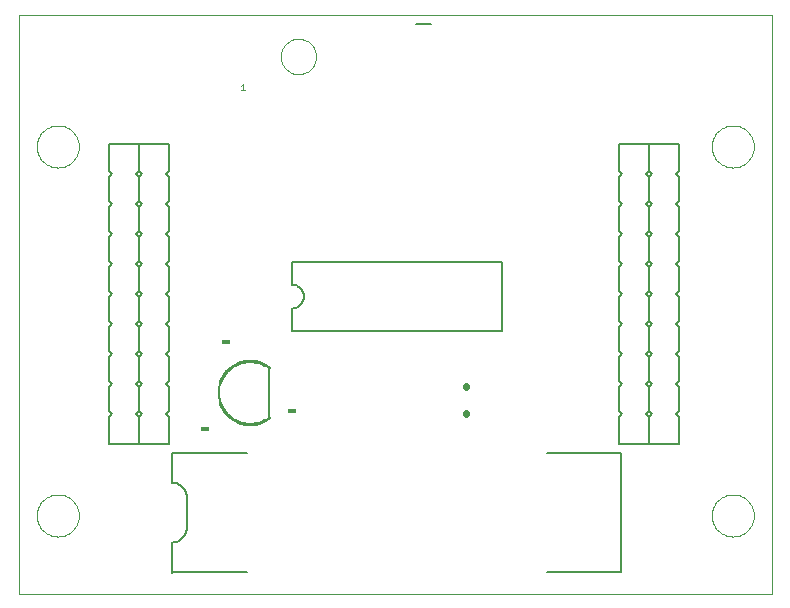
<source format=gto>
G75*
%MOIN*%
%OFA0B0*%
%FSLAX24Y24*%
%IPPOS*%
%LPD*%
%AMOC8*
5,1,8,0,0,1.08239X$1,22.5*
%
%ADD10C,0.0000*%
%ADD11C,0.0050*%
%ADD12C,0.0060*%
%ADD13C,0.0008*%
%ADD14C,0.0080*%
%ADD15R,0.0300X0.0180*%
%ADD16C,0.0220*%
%ADD17C,0.0010*%
%ADD18C,0.0020*%
D10*
X059060Y017893D02*
X059060Y037193D01*
X084160Y037193D01*
X084160Y017893D01*
X059060Y017893D01*
X059660Y020493D02*
X059662Y020545D01*
X059668Y020597D01*
X059678Y020649D01*
X059691Y020699D01*
X059708Y020749D01*
X059729Y020797D01*
X059754Y020843D01*
X059782Y020887D01*
X059813Y020929D01*
X059847Y020969D01*
X059884Y021006D01*
X059924Y021040D01*
X059966Y021071D01*
X060010Y021099D01*
X060056Y021124D01*
X060104Y021145D01*
X060154Y021162D01*
X060204Y021175D01*
X060256Y021185D01*
X060308Y021191D01*
X060360Y021193D01*
X060412Y021191D01*
X060464Y021185D01*
X060516Y021175D01*
X060566Y021162D01*
X060616Y021145D01*
X060664Y021124D01*
X060710Y021099D01*
X060754Y021071D01*
X060796Y021040D01*
X060836Y021006D01*
X060873Y020969D01*
X060907Y020929D01*
X060938Y020887D01*
X060966Y020843D01*
X060991Y020797D01*
X061012Y020749D01*
X061029Y020699D01*
X061042Y020649D01*
X061052Y020597D01*
X061058Y020545D01*
X061060Y020493D01*
X061058Y020441D01*
X061052Y020389D01*
X061042Y020337D01*
X061029Y020287D01*
X061012Y020237D01*
X060991Y020189D01*
X060966Y020143D01*
X060938Y020099D01*
X060907Y020057D01*
X060873Y020017D01*
X060836Y019980D01*
X060796Y019946D01*
X060754Y019915D01*
X060710Y019887D01*
X060664Y019862D01*
X060616Y019841D01*
X060566Y019824D01*
X060516Y019811D01*
X060464Y019801D01*
X060412Y019795D01*
X060360Y019793D01*
X060308Y019795D01*
X060256Y019801D01*
X060204Y019811D01*
X060154Y019824D01*
X060104Y019841D01*
X060056Y019862D01*
X060010Y019887D01*
X059966Y019915D01*
X059924Y019946D01*
X059884Y019980D01*
X059847Y020017D01*
X059813Y020057D01*
X059782Y020099D01*
X059754Y020143D01*
X059729Y020189D01*
X059708Y020237D01*
X059691Y020287D01*
X059678Y020337D01*
X059668Y020389D01*
X059662Y020441D01*
X059660Y020493D01*
X082160Y020493D02*
X082162Y020545D01*
X082168Y020597D01*
X082178Y020649D01*
X082191Y020699D01*
X082208Y020749D01*
X082229Y020797D01*
X082254Y020843D01*
X082282Y020887D01*
X082313Y020929D01*
X082347Y020969D01*
X082384Y021006D01*
X082424Y021040D01*
X082466Y021071D01*
X082510Y021099D01*
X082556Y021124D01*
X082604Y021145D01*
X082654Y021162D01*
X082704Y021175D01*
X082756Y021185D01*
X082808Y021191D01*
X082860Y021193D01*
X082912Y021191D01*
X082964Y021185D01*
X083016Y021175D01*
X083066Y021162D01*
X083116Y021145D01*
X083164Y021124D01*
X083210Y021099D01*
X083254Y021071D01*
X083296Y021040D01*
X083336Y021006D01*
X083373Y020969D01*
X083407Y020929D01*
X083438Y020887D01*
X083466Y020843D01*
X083491Y020797D01*
X083512Y020749D01*
X083529Y020699D01*
X083542Y020649D01*
X083552Y020597D01*
X083558Y020545D01*
X083560Y020493D01*
X083558Y020441D01*
X083552Y020389D01*
X083542Y020337D01*
X083529Y020287D01*
X083512Y020237D01*
X083491Y020189D01*
X083466Y020143D01*
X083438Y020099D01*
X083407Y020057D01*
X083373Y020017D01*
X083336Y019980D01*
X083296Y019946D01*
X083254Y019915D01*
X083210Y019887D01*
X083164Y019862D01*
X083116Y019841D01*
X083066Y019824D01*
X083016Y019811D01*
X082964Y019801D01*
X082912Y019795D01*
X082860Y019793D01*
X082808Y019795D01*
X082756Y019801D01*
X082704Y019811D01*
X082654Y019824D01*
X082604Y019841D01*
X082556Y019862D01*
X082510Y019887D01*
X082466Y019915D01*
X082424Y019946D01*
X082384Y019980D01*
X082347Y020017D01*
X082313Y020057D01*
X082282Y020099D01*
X082254Y020143D01*
X082229Y020189D01*
X082208Y020237D01*
X082191Y020287D01*
X082178Y020337D01*
X082168Y020389D01*
X082162Y020441D01*
X082160Y020493D01*
X082160Y032793D02*
X082162Y032845D01*
X082168Y032897D01*
X082178Y032949D01*
X082191Y032999D01*
X082208Y033049D01*
X082229Y033097D01*
X082254Y033143D01*
X082282Y033187D01*
X082313Y033229D01*
X082347Y033269D01*
X082384Y033306D01*
X082424Y033340D01*
X082466Y033371D01*
X082510Y033399D01*
X082556Y033424D01*
X082604Y033445D01*
X082654Y033462D01*
X082704Y033475D01*
X082756Y033485D01*
X082808Y033491D01*
X082860Y033493D01*
X082912Y033491D01*
X082964Y033485D01*
X083016Y033475D01*
X083066Y033462D01*
X083116Y033445D01*
X083164Y033424D01*
X083210Y033399D01*
X083254Y033371D01*
X083296Y033340D01*
X083336Y033306D01*
X083373Y033269D01*
X083407Y033229D01*
X083438Y033187D01*
X083466Y033143D01*
X083491Y033097D01*
X083512Y033049D01*
X083529Y032999D01*
X083542Y032949D01*
X083552Y032897D01*
X083558Y032845D01*
X083560Y032793D01*
X083558Y032741D01*
X083552Y032689D01*
X083542Y032637D01*
X083529Y032587D01*
X083512Y032537D01*
X083491Y032489D01*
X083466Y032443D01*
X083438Y032399D01*
X083407Y032357D01*
X083373Y032317D01*
X083336Y032280D01*
X083296Y032246D01*
X083254Y032215D01*
X083210Y032187D01*
X083164Y032162D01*
X083116Y032141D01*
X083066Y032124D01*
X083016Y032111D01*
X082964Y032101D01*
X082912Y032095D01*
X082860Y032093D01*
X082808Y032095D01*
X082756Y032101D01*
X082704Y032111D01*
X082654Y032124D01*
X082604Y032141D01*
X082556Y032162D01*
X082510Y032187D01*
X082466Y032215D01*
X082424Y032246D01*
X082384Y032280D01*
X082347Y032317D01*
X082313Y032357D01*
X082282Y032399D01*
X082254Y032443D01*
X082229Y032489D01*
X082208Y032537D01*
X082191Y032587D01*
X082178Y032637D01*
X082168Y032689D01*
X082162Y032741D01*
X082160Y032793D01*
X067790Y035793D02*
X067792Y035841D01*
X067798Y035889D01*
X067808Y035936D01*
X067821Y035982D01*
X067838Y036027D01*
X067859Y036070D01*
X067884Y036112D01*
X067911Y036151D01*
X067942Y036188D01*
X067976Y036223D01*
X068012Y036254D01*
X068051Y036283D01*
X068092Y036308D01*
X068135Y036330D01*
X068179Y036348D01*
X068225Y036362D01*
X068272Y036373D01*
X068320Y036380D01*
X068368Y036383D01*
X068416Y036382D01*
X068464Y036377D01*
X068511Y036368D01*
X068558Y036356D01*
X068603Y036339D01*
X068647Y036319D01*
X068689Y036296D01*
X068729Y036269D01*
X068766Y036239D01*
X068801Y036206D01*
X068834Y036170D01*
X068863Y036132D01*
X068889Y036091D01*
X068912Y036049D01*
X068931Y036005D01*
X068946Y035959D01*
X068958Y035913D01*
X068966Y035865D01*
X068970Y035817D01*
X068970Y035769D01*
X068966Y035721D01*
X068958Y035673D01*
X068946Y035627D01*
X068931Y035581D01*
X068912Y035537D01*
X068889Y035495D01*
X068863Y035454D01*
X068834Y035416D01*
X068801Y035380D01*
X068766Y035347D01*
X068729Y035317D01*
X068689Y035290D01*
X068647Y035267D01*
X068603Y035247D01*
X068558Y035230D01*
X068511Y035218D01*
X068464Y035209D01*
X068416Y035204D01*
X068368Y035203D01*
X068320Y035206D01*
X068272Y035213D01*
X068225Y035224D01*
X068179Y035238D01*
X068135Y035256D01*
X068092Y035278D01*
X068051Y035303D01*
X068012Y035332D01*
X067976Y035363D01*
X067942Y035398D01*
X067911Y035435D01*
X067884Y035474D01*
X067859Y035516D01*
X067838Y035559D01*
X067821Y035604D01*
X067808Y035650D01*
X067798Y035697D01*
X067792Y035745D01*
X067790Y035793D01*
X059660Y032793D02*
X059662Y032845D01*
X059668Y032897D01*
X059678Y032949D01*
X059691Y032999D01*
X059708Y033049D01*
X059729Y033097D01*
X059754Y033143D01*
X059782Y033187D01*
X059813Y033229D01*
X059847Y033269D01*
X059884Y033306D01*
X059924Y033340D01*
X059966Y033371D01*
X060010Y033399D01*
X060056Y033424D01*
X060104Y033445D01*
X060154Y033462D01*
X060204Y033475D01*
X060256Y033485D01*
X060308Y033491D01*
X060360Y033493D01*
X060412Y033491D01*
X060464Y033485D01*
X060516Y033475D01*
X060566Y033462D01*
X060616Y033445D01*
X060664Y033424D01*
X060710Y033399D01*
X060754Y033371D01*
X060796Y033340D01*
X060836Y033306D01*
X060873Y033269D01*
X060907Y033229D01*
X060938Y033187D01*
X060966Y033143D01*
X060991Y033097D01*
X061012Y033049D01*
X061029Y032999D01*
X061042Y032949D01*
X061052Y032897D01*
X061058Y032845D01*
X061060Y032793D01*
X061058Y032741D01*
X061052Y032689D01*
X061042Y032637D01*
X061029Y032587D01*
X061012Y032537D01*
X060991Y032489D01*
X060966Y032443D01*
X060938Y032399D01*
X060907Y032357D01*
X060873Y032317D01*
X060836Y032280D01*
X060796Y032246D01*
X060754Y032215D01*
X060710Y032187D01*
X060664Y032162D01*
X060616Y032141D01*
X060566Y032124D01*
X060516Y032111D01*
X060464Y032101D01*
X060412Y032095D01*
X060360Y032093D01*
X060308Y032095D01*
X060256Y032101D01*
X060204Y032111D01*
X060154Y032124D01*
X060104Y032141D01*
X060056Y032162D01*
X060010Y032187D01*
X059966Y032215D01*
X059924Y032246D01*
X059884Y032280D01*
X059847Y032317D01*
X059813Y032357D01*
X059782Y032399D01*
X059754Y032443D01*
X059729Y032489D01*
X059708Y032537D01*
X059691Y032587D01*
X059678Y032637D01*
X059668Y032689D01*
X059662Y032741D01*
X059660Y032793D01*
D11*
X062060Y032893D02*
X062060Y031993D01*
X062160Y031893D01*
X062060Y031793D01*
X062060Y030993D01*
X062160Y030893D01*
X062060Y030793D01*
X062060Y029993D01*
X062160Y029893D01*
X062060Y029793D01*
X062060Y028993D01*
X062160Y028893D01*
X062060Y028793D01*
X062060Y027993D01*
X062160Y027893D01*
X062060Y027793D01*
X062060Y026993D01*
X062160Y026893D01*
X062060Y026793D01*
X062060Y025993D01*
X062160Y025893D01*
X062060Y025793D01*
X062060Y024993D01*
X062160Y024893D01*
X062060Y024793D01*
X062060Y023993D01*
X062160Y023893D01*
X062060Y023793D01*
X062060Y022893D01*
X063060Y022893D01*
X064060Y022893D01*
X064060Y023793D01*
X063960Y023893D01*
X064060Y023993D01*
X064060Y024793D01*
X063960Y024893D01*
X064060Y024993D01*
X064060Y025793D01*
X063960Y025893D01*
X064060Y025993D01*
X064060Y026793D01*
X063960Y026893D01*
X064060Y026993D01*
X064060Y027793D01*
X063960Y027893D01*
X064060Y027993D01*
X064060Y028793D01*
X063960Y028893D01*
X064060Y028993D01*
X064060Y029793D01*
X063960Y029893D01*
X064060Y029993D01*
X064060Y030793D01*
X063960Y030893D01*
X064060Y030993D01*
X064060Y031793D01*
X063960Y031893D01*
X064060Y031993D01*
X064060Y032893D01*
X063060Y032893D01*
X063060Y031993D01*
X063160Y031893D01*
X063060Y031793D01*
X063060Y030993D01*
X063160Y030893D01*
X063060Y030793D01*
X063060Y029993D01*
X063160Y029893D01*
X063060Y029793D01*
X063060Y028993D01*
X063160Y028893D01*
X063060Y028793D01*
X063060Y027993D01*
X063160Y027893D01*
X063060Y027793D01*
X063060Y026993D01*
X063160Y026893D01*
X063060Y026793D01*
X063060Y025993D01*
X063160Y025893D01*
X063060Y025793D01*
X063060Y024993D01*
X063160Y024893D01*
X063060Y024793D01*
X063060Y023993D01*
X063160Y023893D01*
X063060Y023793D01*
X063060Y022893D01*
X063060Y023793D02*
X062960Y023893D01*
X063060Y023993D01*
X063060Y024793D02*
X062960Y024893D01*
X063060Y024993D01*
X063060Y025793D02*
X062960Y025893D01*
X063060Y025993D01*
X063060Y026793D02*
X062960Y026893D01*
X063060Y026993D01*
X063060Y027793D02*
X062960Y027893D01*
X063060Y027993D01*
X063060Y028793D02*
X062960Y028893D01*
X063060Y028993D01*
X063060Y029793D02*
X062960Y029893D01*
X063060Y029993D01*
X063060Y030793D02*
X062960Y030893D01*
X063060Y030993D01*
X063060Y031793D02*
X062960Y031893D01*
X063060Y031993D01*
X063060Y032893D02*
X062060Y032893D01*
X079060Y032893D02*
X079060Y031993D01*
X079160Y031893D01*
X079060Y031793D01*
X079060Y030993D01*
X079160Y030893D01*
X079060Y030793D01*
X079060Y029993D01*
X079160Y029893D01*
X079060Y029793D01*
X079060Y028993D01*
X079160Y028893D01*
X079060Y028793D01*
X079060Y027993D01*
X079160Y027893D01*
X079060Y027793D01*
X079060Y026993D01*
X079160Y026893D01*
X079060Y026793D01*
X079060Y025993D01*
X079160Y025893D01*
X079060Y025793D01*
X079060Y024993D01*
X079160Y024893D01*
X079060Y024793D01*
X079060Y023993D01*
X079160Y023893D01*
X079060Y023793D01*
X079060Y022893D01*
X080060Y022893D01*
X080060Y023793D01*
X079960Y023893D01*
X080060Y023993D01*
X080060Y024793D01*
X079960Y024893D01*
X080060Y024993D01*
X080060Y025793D01*
X079960Y025893D01*
X080060Y025993D01*
X080060Y026793D01*
X079960Y026893D01*
X080060Y026993D01*
X080060Y027793D01*
X079960Y027893D01*
X080060Y027993D01*
X080060Y028793D01*
X079960Y028893D01*
X080060Y028993D01*
X080060Y029793D01*
X079960Y029893D01*
X080060Y029993D01*
X080060Y030793D01*
X079960Y030893D01*
X080060Y030993D01*
X080060Y031793D01*
X079960Y031893D01*
X080060Y031993D01*
X080060Y032893D01*
X079060Y032893D01*
X080060Y032893D02*
X081060Y032893D01*
X081060Y031993D01*
X080960Y031893D01*
X081060Y031793D01*
X081060Y030993D01*
X080960Y030893D01*
X081060Y030793D01*
X081060Y029993D01*
X080960Y029893D01*
X081060Y029793D01*
X081060Y028993D01*
X080960Y028893D01*
X081060Y028793D01*
X081060Y027993D01*
X080960Y027893D01*
X081060Y027793D01*
X081060Y026993D01*
X080960Y026893D01*
X081060Y026793D01*
X081060Y025993D01*
X080960Y025893D01*
X081060Y025793D01*
X081060Y024993D01*
X080960Y024893D01*
X081060Y024793D01*
X081060Y023993D01*
X080960Y023893D01*
X081060Y023793D01*
X081060Y022893D01*
X080060Y022893D01*
X079140Y022589D02*
X079140Y018597D01*
X076660Y018597D01*
X076660Y022589D02*
X079140Y022589D01*
X080060Y023793D02*
X080160Y023893D01*
X080060Y023993D01*
X080060Y024793D02*
X080160Y024893D01*
X080060Y024993D01*
X080060Y025793D02*
X080160Y025893D01*
X080060Y025993D01*
X080060Y026793D02*
X080160Y026893D01*
X080060Y026993D01*
X080060Y027793D02*
X080160Y027893D01*
X080060Y027993D01*
X080060Y028793D02*
X080160Y028893D01*
X080060Y028993D01*
X080060Y029793D02*
X080160Y029893D01*
X080060Y029993D01*
X080060Y030793D02*
X080160Y030893D01*
X080060Y030993D01*
X080060Y031793D02*
X080160Y031893D01*
X080060Y031993D01*
X066660Y022589D02*
X064179Y022589D01*
X064160Y022593D02*
X064160Y021593D01*
X064204Y021591D01*
X064247Y021585D01*
X064289Y021576D01*
X064331Y021563D01*
X064371Y021546D01*
X064410Y021526D01*
X064447Y021503D01*
X064481Y021476D01*
X064514Y021447D01*
X064543Y021414D01*
X064570Y021380D01*
X064593Y021343D01*
X064613Y021304D01*
X064630Y021264D01*
X064643Y021222D01*
X064652Y021180D01*
X064658Y021137D01*
X064660Y021093D01*
X064660Y020093D01*
X064658Y020049D01*
X064652Y020006D01*
X064643Y019964D01*
X064630Y019922D01*
X064613Y019882D01*
X064593Y019843D01*
X064570Y019806D01*
X064543Y019772D01*
X064514Y019739D01*
X064481Y019710D01*
X064447Y019683D01*
X064410Y019660D01*
X064371Y019640D01*
X064331Y019623D01*
X064289Y019610D01*
X064247Y019601D01*
X064204Y019595D01*
X064160Y019593D01*
X064160Y018593D01*
X064179Y018597D02*
X066660Y018597D01*
D12*
X068160Y026643D02*
X068160Y027393D01*
X068199Y027395D01*
X068238Y027401D01*
X068276Y027410D01*
X068313Y027423D01*
X068349Y027440D01*
X068382Y027460D01*
X068414Y027484D01*
X068443Y027510D01*
X068469Y027539D01*
X068493Y027571D01*
X068513Y027604D01*
X068530Y027640D01*
X068543Y027677D01*
X068552Y027715D01*
X068558Y027754D01*
X068560Y027793D01*
X068558Y027832D01*
X068552Y027871D01*
X068543Y027909D01*
X068530Y027946D01*
X068513Y027982D01*
X068493Y028015D01*
X068469Y028047D01*
X068443Y028076D01*
X068414Y028102D01*
X068382Y028126D01*
X068349Y028146D01*
X068313Y028163D01*
X068276Y028176D01*
X068238Y028185D01*
X068199Y028191D01*
X068160Y028193D01*
X068160Y028943D01*
X075160Y028943D01*
X075160Y026643D01*
X068160Y026643D01*
X072310Y036893D02*
X072810Y036893D01*
D13*
X067429Y025448D02*
X067384Y025391D01*
X067385Y025392D02*
X067335Y025428D01*
X067284Y025461D01*
X067231Y025491D01*
X067175Y025518D01*
X067119Y025541D01*
X067061Y025561D01*
X067002Y025578D01*
X066942Y025590D01*
X066882Y025600D01*
X066821Y025605D01*
X066760Y025607D01*
X066699Y025605D01*
X066638Y025600D01*
X066577Y025590D01*
X066517Y025578D01*
X066458Y025561D01*
X066401Y025541D01*
X066344Y025518D01*
X066289Y025491D01*
X066236Y025461D01*
X066184Y025428D01*
X066135Y025392D01*
X066088Y025352D01*
X066043Y025310D01*
X066001Y025266D01*
X065962Y025219D01*
X065926Y025170D01*
X065893Y025118D01*
X065863Y025065D01*
X065836Y025010D01*
X065812Y024954D01*
X065792Y024896D01*
X065724Y024917D01*
X065723Y024917D01*
X065745Y024979D01*
X065770Y025039D01*
X065799Y025098D01*
X065831Y025155D01*
X065867Y025210D01*
X065906Y025263D01*
X065948Y025314D01*
X065992Y025361D01*
X066040Y025406D01*
X066091Y025448D01*
X066143Y025487D01*
X066198Y025523D01*
X066256Y025555D01*
X066314Y025583D01*
X066375Y025608D01*
X066437Y025630D01*
X066500Y025647D01*
X066564Y025661D01*
X066629Y025671D01*
X066694Y025677D01*
X066760Y025679D01*
X066825Y025677D01*
X066891Y025671D01*
X066955Y025661D01*
X067020Y025648D01*
X067083Y025630D01*
X067145Y025609D01*
X067205Y025584D01*
X067264Y025555D01*
X067321Y025523D01*
X067376Y025487D01*
X067429Y025448D01*
X067425Y025443D01*
X067372Y025481D01*
X067318Y025517D01*
X067261Y025549D01*
X067202Y025577D01*
X067142Y025602D01*
X067081Y025623D01*
X067018Y025641D01*
X066954Y025654D01*
X066890Y025664D01*
X066825Y025670D01*
X066760Y025672D01*
X066695Y025670D01*
X066630Y025664D01*
X066565Y025654D01*
X066502Y025641D01*
X066439Y025623D01*
X066378Y025602D01*
X066317Y025577D01*
X066259Y025549D01*
X066202Y025517D01*
X066147Y025481D01*
X066095Y025443D01*
X066045Y025401D01*
X065997Y025356D01*
X065953Y025309D01*
X065911Y025259D01*
X065872Y025207D01*
X065837Y025152D01*
X065805Y025095D01*
X065776Y025037D01*
X065751Y024976D01*
X065730Y024915D01*
X065737Y024913D01*
X065758Y024974D01*
X065783Y025034D01*
X065811Y025092D01*
X065843Y025148D01*
X065878Y025203D01*
X065917Y025255D01*
X065958Y025304D01*
X066002Y025351D01*
X066049Y025396D01*
X066099Y025437D01*
X066151Y025475D01*
X066206Y025511D01*
X066262Y025542D01*
X066320Y025571D01*
X066380Y025595D01*
X066441Y025616D01*
X066503Y025634D01*
X066567Y025647D01*
X066631Y025657D01*
X066695Y025663D01*
X066760Y025665D01*
X066824Y025663D01*
X066889Y025657D01*
X066953Y025648D01*
X067016Y025634D01*
X067078Y025617D01*
X067140Y025596D01*
X067199Y025571D01*
X067258Y025543D01*
X067314Y025511D01*
X067368Y025476D01*
X067420Y025437D01*
X067416Y025432D01*
X067364Y025470D01*
X067310Y025505D01*
X067254Y025536D01*
X067197Y025564D01*
X067137Y025589D01*
X067076Y025610D01*
X067014Y025627D01*
X066952Y025641D01*
X066888Y025650D01*
X066824Y025656D01*
X066760Y025658D01*
X066696Y025656D01*
X066632Y025650D01*
X066568Y025641D01*
X066505Y025627D01*
X066443Y025610D01*
X066382Y025589D01*
X066323Y025564D01*
X066265Y025536D01*
X066209Y025505D01*
X066155Y025470D01*
X066104Y025432D01*
X066054Y025390D01*
X066007Y025346D01*
X065963Y025300D01*
X065922Y025250D01*
X065884Y025199D01*
X065849Y025145D01*
X065817Y025089D01*
X065789Y025031D01*
X065765Y024972D01*
X065744Y024911D01*
X065750Y024909D01*
X065771Y024969D01*
X065796Y025028D01*
X065824Y025085D01*
X065855Y025141D01*
X065890Y025195D01*
X065928Y025246D01*
X065968Y025295D01*
X066012Y025342D01*
X066059Y025385D01*
X066108Y025426D01*
X066159Y025464D01*
X066213Y025499D01*
X066269Y025530D01*
X066326Y025558D01*
X066385Y025582D01*
X066445Y025603D01*
X066507Y025620D01*
X066569Y025634D01*
X066632Y025643D01*
X066696Y025649D01*
X066760Y025651D01*
X066824Y025649D01*
X066887Y025643D01*
X066950Y025634D01*
X067013Y025620D01*
X067074Y025603D01*
X067135Y025582D01*
X067194Y025558D01*
X067251Y025530D01*
X067307Y025499D01*
X067360Y025464D01*
X067412Y025426D01*
X067407Y025421D01*
X067356Y025458D01*
X067303Y025493D01*
X067248Y025524D01*
X067191Y025552D01*
X067132Y025576D01*
X067072Y025597D01*
X067011Y025614D01*
X066949Y025627D01*
X066886Y025636D01*
X066823Y025642D01*
X066760Y025644D01*
X066696Y025642D01*
X066633Y025636D01*
X066571Y025627D01*
X066509Y025613D01*
X066447Y025596D01*
X066387Y025576D01*
X066329Y025551D01*
X066272Y025524D01*
X066217Y025493D01*
X066163Y025458D01*
X066112Y025421D01*
X066063Y025380D01*
X066017Y025337D01*
X065974Y025290D01*
X065933Y025242D01*
X065895Y025191D01*
X065861Y025137D01*
X065830Y025082D01*
X065802Y025025D01*
X065778Y024967D01*
X065757Y024907D01*
X065764Y024905D01*
X065784Y024964D01*
X065808Y025022D01*
X065836Y025079D01*
X065867Y025134D01*
X065901Y025187D01*
X065939Y025237D01*
X065979Y025286D01*
X066022Y025332D01*
X066068Y025375D01*
X066117Y025415D01*
X066167Y025452D01*
X066220Y025487D01*
X066275Y025518D01*
X066332Y025545D01*
X066390Y025569D01*
X066449Y025590D01*
X066510Y025607D01*
X066572Y025620D01*
X066634Y025629D01*
X066697Y025635D01*
X066760Y025637D01*
X066823Y025635D01*
X066885Y025629D01*
X066948Y025620D01*
X067009Y025607D01*
X067070Y025590D01*
X067130Y025569D01*
X067188Y025545D01*
X067245Y025518D01*
X067299Y025487D01*
X067352Y025453D01*
X067403Y025415D01*
X067399Y025410D01*
X067348Y025447D01*
X067296Y025481D01*
X067241Y025512D01*
X067185Y025539D01*
X067127Y025563D01*
X067068Y025583D01*
X067008Y025600D01*
X066947Y025613D01*
X066885Y025622D01*
X066822Y025628D01*
X066760Y025630D01*
X066697Y025628D01*
X066635Y025622D01*
X066573Y025613D01*
X066512Y025600D01*
X066452Y025583D01*
X066392Y025563D01*
X066335Y025539D01*
X066278Y025511D01*
X066224Y025481D01*
X066171Y025447D01*
X066121Y025410D01*
X066073Y025370D01*
X066027Y025327D01*
X065984Y025281D01*
X065944Y025233D01*
X065907Y025183D01*
X065873Y025130D01*
X065842Y025076D01*
X065815Y025019D01*
X065791Y024962D01*
X065770Y024903D01*
X065777Y024900D01*
X065797Y024959D01*
X065821Y025017D01*
X065848Y025072D01*
X065879Y025127D01*
X065913Y025179D01*
X065950Y025229D01*
X065989Y025277D01*
X066032Y025322D01*
X066077Y025364D01*
X066125Y025404D01*
X066175Y025441D01*
X066227Y025475D01*
X066282Y025505D01*
X066337Y025532D01*
X066395Y025556D01*
X066454Y025576D01*
X066514Y025593D01*
X066574Y025606D01*
X066636Y025615D01*
X066698Y025621D01*
X066760Y025623D01*
X066822Y025621D01*
X066884Y025616D01*
X066945Y025606D01*
X067006Y025593D01*
X067066Y025577D01*
X067125Y025556D01*
X067182Y025533D01*
X067238Y025505D01*
X067292Y025475D01*
X067344Y025441D01*
X067394Y025404D01*
X067390Y025399D01*
X067340Y025435D01*
X067289Y025469D01*
X067235Y025499D01*
X067179Y025526D01*
X067122Y025550D01*
X067064Y025570D01*
X067004Y025586D01*
X066944Y025599D01*
X066883Y025609D01*
X066821Y025614D01*
X066760Y025616D01*
X066698Y025614D01*
X066637Y025609D01*
X066576Y025599D01*
X066515Y025586D01*
X066456Y025570D01*
X066397Y025550D01*
X066340Y025526D01*
X066285Y025499D01*
X066231Y025469D01*
X066179Y025435D01*
X066129Y025399D01*
X066082Y025359D01*
X066037Y025317D01*
X065995Y025272D01*
X065955Y025224D01*
X065919Y025175D01*
X065885Y025123D01*
X065855Y025069D01*
X065828Y025014D01*
X065804Y024957D01*
X065784Y024898D01*
X065790Y024896D01*
X065810Y024954D01*
X065834Y025011D01*
X065861Y025066D01*
X065891Y025119D01*
X065924Y025171D01*
X065961Y025220D01*
X066000Y025267D01*
X066042Y025312D01*
X066087Y025354D01*
X066134Y025393D01*
X066183Y025429D01*
X066235Y025463D01*
X066288Y025493D01*
X066343Y025520D01*
X066400Y025543D01*
X066458Y025563D01*
X066517Y025579D01*
X066577Y025592D01*
X066637Y025602D01*
X066698Y025607D01*
X066760Y025609D01*
X066821Y025607D01*
X066882Y025602D01*
X066943Y025592D01*
X067003Y025580D01*
X067062Y025563D01*
X067120Y025543D01*
X067176Y025520D01*
X067231Y025493D01*
X067285Y025463D01*
X067336Y025430D01*
X067386Y025393D01*
X065724Y024270D02*
X065793Y024291D01*
X065792Y024290D02*
X065812Y024232D01*
X065836Y024176D01*
X065863Y024121D01*
X065893Y024068D01*
X065926Y024016D01*
X065962Y023967D01*
X066001Y023920D01*
X066043Y023876D01*
X066088Y023834D01*
X066135Y023795D01*
X066184Y023758D01*
X066236Y023725D01*
X066289Y023695D01*
X066344Y023668D01*
X066401Y023645D01*
X066458Y023625D01*
X066517Y023608D01*
X066577Y023596D01*
X066638Y023586D01*
X066699Y023581D01*
X066760Y023579D01*
X066821Y023581D01*
X066882Y023586D01*
X066942Y023596D01*
X067002Y023608D01*
X067061Y023625D01*
X067119Y023645D01*
X067175Y023668D01*
X067231Y023695D01*
X067284Y023725D01*
X067335Y023758D01*
X067385Y023794D01*
X067429Y023738D01*
X067376Y023699D01*
X067321Y023663D01*
X067264Y023631D01*
X067205Y023602D01*
X067145Y023577D01*
X067083Y023556D01*
X067019Y023538D01*
X066955Y023525D01*
X066891Y023515D01*
X066825Y023509D01*
X066760Y023507D01*
X066694Y023509D01*
X066629Y023515D01*
X066564Y023525D01*
X066500Y023539D01*
X066437Y023556D01*
X066375Y023578D01*
X066314Y023603D01*
X066256Y023631D01*
X066198Y023663D01*
X066143Y023699D01*
X066091Y023738D01*
X066040Y023780D01*
X065992Y023825D01*
X065947Y023872D01*
X065906Y023923D01*
X065867Y023976D01*
X065831Y024031D01*
X065799Y024088D01*
X065770Y024147D01*
X065745Y024207D01*
X065723Y024269D01*
X065730Y024271D01*
X065751Y024210D01*
X065776Y024149D01*
X065805Y024091D01*
X065837Y024034D01*
X065872Y023979D01*
X065911Y023927D01*
X065953Y023877D01*
X065997Y023830D01*
X066045Y023785D01*
X066095Y023743D01*
X066147Y023705D01*
X066202Y023669D01*
X066259Y023637D01*
X066317Y023609D01*
X066378Y023584D01*
X066439Y023563D01*
X066502Y023545D01*
X066565Y023532D01*
X066630Y023522D01*
X066695Y023516D01*
X066760Y023514D01*
X066825Y023516D01*
X066890Y023522D01*
X066954Y023532D01*
X067018Y023545D01*
X067081Y023563D01*
X067142Y023584D01*
X067202Y023609D01*
X067261Y023637D01*
X067318Y023669D01*
X067372Y023705D01*
X067425Y023743D01*
X067420Y023749D01*
X067368Y023710D01*
X067314Y023675D01*
X067258Y023643D01*
X067199Y023615D01*
X067140Y023590D01*
X067078Y023569D01*
X067016Y023552D01*
X066953Y023538D01*
X066889Y023529D01*
X066824Y023523D01*
X066760Y023521D01*
X066695Y023523D01*
X066631Y023529D01*
X066567Y023539D01*
X066503Y023552D01*
X066441Y023570D01*
X066380Y023591D01*
X066320Y023615D01*
X066262Y023644D01*
X066206Y023675D01*
X066151Y023711D01*
X066099Y023749D01*
X066049Y023790D01*
X066002Y023835D01*
X065958Y023882D01*
X065917Y023931D01*
X065878Y023983D01*
X065843Y024038D01*
X065811Y024094D01*
X065783Y024152D01*
X065758Y024212D01*
X065737Y024273D01*
X065744Y024275D01*
X065765Y024214D01*
X065789Y024155D01*
X065817Y024097D01*
X065849Y024041D01*
X065884Y023987D01*
X065922Y023936D01*
X065963Y023886D01*
X066007Y023840D01*
X066054Y023796D01*
X066104Y023754D01*
X066155Y023716D01*
X066209Y023681D01*
X066265Y023650D01*
X066323Y023622D01*
X066382Y023597D01*
X066443Y023576D01*
X066505Y023559D01*
X066568Y023545D01*
X066632Y023536D01*
X066696Y023530D01*
X066760Y023528D01*
X066824Y023530D01*
X066888Y023536D01*
X066952Y023545D01*
X067014Y023559D01*
X067076Y023576D01*
X067137Y023597D01*
X067197Y023622D01*
X067254Y023650D01*
X067310Y023681D01*
X067364Y023716D01*
X067416Y023754D01*
X067412Y023760D01*
X067360Y023722D01*
X067307Y023687D01*
X067251Y023656D01*
X067194Y023628D01*
X067135Y023604D01*
X067074Y023583D01*
X067013Y023566D01*
X066950Y023552D01*
X066887Y023543D01*
X066824Y023537D01*
X066760Y023535D01*
X066696Y023537D01*
X066632Y023543D01*
X066569Y023552D01*
X066507Y023566D01*
X066445Y023583D01*
X066385Y023604D01*
X066326Y023628D01*
X066269Y023656D01*
X066213Y023687D01*
X066159Y023722D01*
X066108Y023760D01*
X066059Y023801D01*
X066012Y023844D01*
X065968Y023891D01*
X065928Y023940D01*
X065890Y023991D01*
X065855Y024045D01*
X065824Y024101D01*
X065796Y024158D01*
X065771Y024217D01*
X065750Y024277D01*
X065757Y024279D01*
X065778Y024219D01*
X065802Y024161D01*
X065830Y024104D01*
X065861Y024049D01*
X065895Y023995D01*
X065933Y023944D01*
X065974Y023896D01*
X066017Y023849D01*
X066063Y023806D01*
X066112Y023765D01*
X066163Y023728D01*
X066217Y023693D01*
X066272Y023662D01*
X066329Y023635D01*
X066387Y023610D01*
X066447Y023590D01*
X066508Y023573D01*
X066571Y023559D01*
X066633Y023550D01*
X066696Y023544D01*
X066760Y023542D01*
X066823Y023544D01*
X066886Y023550D01*
X066949Y023559D01*
X067011Y023572D01*
X067072Y023589D01*
X067132Y023610D01*
X067191Y023634D01*
X067248Y023662D01*
X067303Y023693D01*
X067356Y023728D01*
X067407Y023765D01*
X067403Y023771D01*
X067352Y023733D01*
X067299Y023699D01*
X067245Y023668D01*
X067188Y023641D01*
X067130Y023617D01*
X067070Y023596D01*
X067009Y023579D01*
X066948Y023566D01*
X066885Y023557D01*
X066823Y023551D01*
X066760Y023549D01*
X066697Y023551D01*
X066634Y023557D01*
X066572Y023566D01*
X066510Y023579D01*
X066449Y023596D01*
X066390Y023617D01*
X066332Y023641D01*
X066275Y023668D01*
X066220Y023699D01*
X066167Y023734D01*
X066116Y023771D01*
X066068Y023811D01*
X066022Y023854D01*
X065979Y023900D01*
X065939Y023949D01*
X065901Y023999D01*
X065867Y024052D01*
X065836Y024107D01*
X065808Y024164D01*
X065784Y024222D01*
X065764Y024281D01*
X065770Y024283D01*
X065791Y024224D01*
X065815Y024167D01*
X065842Y024110D01*
X065873Y024056D01*
X065907Y024003D01*
X065944Y023953D01*
X065984Y023905D01*
X066027Y023859D01*
X066073Y023816D01*
X066121Y023776D01*
X066171Y023739D01*
X066224Y023705D01*
X066278Y023675D01*
X066335Y023647D01*
X066392Y023623D01*
X066452Y023603D01*
X066512Y023586D01*
X066573Y023573D01*
X066635Y023564D01*
X066697Y023558D01*
X066760Y023556D01*
X066822Y023558D01*
X066885Y023564D01*
X066946Y023573D01*
X067008Y023586D01*
X067068Y023603D01*
X067127Y023623D01*
X067185Y023647D01*
X067241Y023674D01*
X067296Y023705D01*
X067348Y023739D01*
X067399Y023776D01*
X067394Y023782D01*
X067344Y023745D01*
X067292Y023711D01*
X067238Y023681D01*
X067182Y023653D01*
X067125Y023630D01*
X067066Y023609D01*
X067006Y023593D01*
X066945Y023580D01*
X066884Y023570D01*
X066822Y023565D01*
X066760Y023563D01*
X066698Y023565D01*
X066636Y023571D01*
X066574Y023580D01*
X066514Y023593D01*
X066454Y023610D01*
X066395Y023630D01*
X066337Y023654D01*
X066282Y023681D01*
X066227Y023711D01*
X066175Y023745D01*
X066125Y023782D01*
X066077Y023822D01*
X066032Y023864D01*
X065989Y023909D01*
X065950Y023957D01*
X065913Y024007D01*
X065879Y024059D01*
X065848Y024114D01*
X065821Y024169D01*
X065797Y024227D01*
X065777Y024286D01*
X065784Y024288D01*
X065804Y024229D01*
X065828Y024172D01*
X065855Y024117D01*
X065885Y024063D01*
X065919Y024011D01*
X065955Y023962D01*
X065995Y023914D01*
X066037Y023869D01*
X066082Y023827D01*
X066129Y023787D01*
X066179Y023751D01*
X066231Y023717D01*
X066285Y023687D01*
X066340Y023660D01*
X066397Y023636D01*
X066456Y023616D01*
X066515Y023600D01*
X066576Y023587D01*
X066637Y023577D01*
X066698Y023572D01*
X066760Y023570D01*
X066821Y023572D01*
X066883Y023577D01*
X066944Y023587D01*
X067004Y023600D01*
X067064Y023616D01*
X067122Y023636D01*
X067179Y023660D01*
X067235Y023687D01*
X067289Y023717D01*
X067340Y023751D01*
X067390Y023787D01*
X067386Y023793D01*
X067336Y023756D01*
X067285Y023723D01*
X067231Y023693D01*
X067176Y023666D01*
X067120Y023643D01*
X067062Y023623D01*
X067003Y023606D01*
X066943Y023594D01*
X066882Y023584D01*
X066821Y023579D01*
X066760Y023577D01*
X066698Y023579D01*
X066637Y023584D01*
X066577Y023594D01*
X066517Y023607D01*
X066458Y023623D01*
X066400Y023643D01*
X066343Y023666D01*
X066288Y023693D01*
X066235Y023723D01*
X066183Y023757D01*
X066134Y023793D01*
X066087Y023832D01*
X066042Y023874D01*
X066000Y023919D01*
X065961Y023966D01*
X065924Y024015D01*
X065891Y024067D01*
X065861Y024120D01*
X065834Y024175D01*
X065810Y024232D01*
X065790Y024290D01*
D14*
X065760Y024843D02*
X065776Y024904D01*
X065794Y024964D01*
X065816Y025022D01*
X065841Y025080D01*
X065869Y025136D01*
X065900Y025191D01*
X065934Y025243D01*
X065971Y025294D01*
X066010Y025343D01*
X067410Y025418D02*
X067410Y023769D01*
X066010Y023843D02*
X065968Y023895D01*
X065929Y023949D01*
X065894Y024006D01*
X065861Y024064D01*
X065833Y024124D01*
X065807Y024186D01*
X065785Y024249D01*
X065767Y024314D01*
X065753Y024379D01*
X065743Y024445D01*
X065736Y024511D01*
X065733Y024578D01*
X065734Y024645D01*
X065739Y024711D01*
X065748Y024777D01*
X065760Y024843D01*
X065748Y024781D01*
X065740Y024719D01*
X065735Y024656D01*
X065733Y024593D01*
X065735Y024530D01*
X065740Y024467D01*
X065748Y024405D01*
X065760Y024343D01*
D15*
X068160Y023993D03*
X065260Y023393D03*
X065960Y026293D03*
D16*
X073960Y024805D02*
X073960Y024781D01*
X073960Y023905D02*
X073960Y023881D01*
D17*
X082160Y020493D02*
X082162Y020545D01*
X082168Y020597D01*
X082178Y020649D01*
X082191Y020699D01*
X082208Y020749D01*
X082229Y020797D01*
X082254Y020843D01*
X082282Y020887D01*
X082313Y020929D01*
X082347Y020969D01*
X082384Y021006D01*
X082424Y021040D01*
X082466Y021071D01*
X082510Y021099D01*
X082556Y021124D01*
X082604Y021145D01*
X082654Y021162D01*
X082704Y021175D01*
X082756Y021185D01*
X082808Y021191D01*
X082860Y021193D01*
X082912Y021191D01*
X082964Y021185D01*
X083016Y021175D01*
X083066Y021162D01*
X083116Y021145D01*
X083164Y021124D01*
X083210Y021099D01*
X083254Y021071D01*
X083296Y021040D01*
X083336Y021006D01*
X083373Y020969D01*
X083407Y020929D01*
X083438Y020887D01*
X083466Y020843D01*
X083491Y020797D01*
X083512Y020749D01*
X083529Y020699D01*
X083542Y020649D01*
X083552Y020597D01*
X083558Y020545D01*
X083560Y020493D01*
X083558Y020441D01*
X083552Y020389D01*
X083542Y020337D01*
X083529Y020287D01*
X083512Y020237D01*
X083491Y020189D01*
X083466Y020143D01*
X083438Y020099D01*
X083407Y020057D01*
X083373Y020017D01*
X083336Y019980D01*
X083296Y019946D01*
X083254Y019915D01*
X083210Y019887D01*
X083164Y019862D01*
X083116Y019841D01*
X083066Y019824D01*
X083016Y019811D01*
X082964Y019801D01*
X082912Y019795D01*
X082860Y019793D01*
X082808Y019795D01*
X082756Y019801D01*
X082704Y019811D01*
X082654Y019824D01*
X082604Y019841D01*
X082556Y019862D01*
X082510Y019887D01*
X082466Y019915D01*
X082424Y019946D01*
X082384Y019980D01*
X082347Y020017D01*
X082313Y020057D01*
X082282Y020099D01*
X082254Y020143D01*
X082229Y020189D01*
X082208Y020237D01*
X082191Y020287D01*
X082178Y020337D01*
X082168Y020389D01*
X082162Y020441D01*
X082160Y020493D01*
X059660Y020493D02*
X059662Y020545D01*
X059668Y020597D01*
X059678Y020649D01*
X059691Y020699D01*
X059708Y020749D01*
X059729Y020797D01*
X059754Y020843D01*
X059782Y020887D01*
X059813Y020929D01*
X059847Y020969D01*
X059884Y021006D01*
X059924Y021040D01*
X059966Y021071D01*
X060010Y021099D01*
X060056Y021124D01*
X060104Y021145D01*
X060154Y021162D01*
X060204Y021175D01*
X060256Y021185D01*
X060308Y021191D01*
X060360Y021193D01*
X060412Y021191D01*
X060464Y021185D01*
X060516Y021175D01*
X060566Y021162D01*
X060616Y021145D01*
X060664Y021124D01*
X060710Y021099D01*
X060754Y021071D01*
X060796Y021040D01*
X060836Y021006D01*
X060873Y020969D01*
X060907Y020929D01*
X060938Y020887D01*
X060966Y020843D01*
X060991Y020797D01*
X061012Y020749D01*
X061029Y020699D01*
X061042Y020649D01*
X061052Y020597D01*
X061058Y020545D01*
X061060Y020493D01*
X061058Y020441D01*
X061052Y020389D01*
X061042Y020337D01*
X061029Y020287D01*
X061012Y020237D01*
X060991Y020189D01*
X060966Y020143D01*
X060938Y020099D01*
X060907Y020057D01*
X060873Y020017D01*
X060836Y019980D01*
X060796Y019946D01*
X060754Y019915D01*
X060710Y019887D01*
X060664Y019862D01*
X060616Y019841D01*
X060566Y019824D01*
X060516Y019811D01*
X060464Y019801D01*
X060412Y019795D01*
X060360Y019793D01*
X060308Y019795D01*
X060256Y019801D01*
X060204Y019811D01*
X060154Y019824D01*
X060104Y019841D01*
X060056Y019862D01*
X060010Y019887D01*
X059966Y019915D01*
X059924Y019946D01*
X059884Y019980D01*
X059847Y020017D01*
X059813Y020057D01*
X059782Y020099D01*
X059754Y020143D01*
X059729Y020189D01*
X059708Y020237D01*
X059691Y020287D01*
X059678Y020337D01*
X059668Y020389D01*
X059662Y020441D01*
X059660Y020493D01*
X059660Y032793D02*
X059662Y032845D01*
X059668Y032897D01*
X059678Y032949D01*
X059691Y032999D01*
X059708Y033049D01*
X059729Y033097D01*
X059754Y033143D01*
X059782Y033187D01*
X059813Y033229D01*
X059847Y033269D01*
X059884Y033306D01*
X059924Y033340D01*
X059966Y033371D01*
X060010Y033399D01*
X060056Y033424D01*
X060104Y033445D01*
X060154Y033462D01*
X060204Y033475D01*
X060256Y033485D01*
X060308Y033491D01*
X060360Y033493D01*
X060412Y033491D01*
X060464Y033485D01*
X060516Y033475D01*
X060566Y033462D01*
X060616Y033445D01*
X060664Y033424D01*
X060710Y033399D01*
X060754Y033371D01*
X060796Y033340D01*
X060836Y033306D01*
X060873Y033269D01*
X060907Y033229D01*
X060938Y033187D01*
X060966Y033143D01*
X060991Y033097D01*
X061012Y033049D01*
X061029Y032999D01*
X061042Y032949D01*
X061052Y032897D01*
X061058Y032845D01*
X061060Y032793D01*
X061058Y032741D01*
X061052Y032689D01*
X061042Y032637D01*
X061029Y032587D01*
X061012Y032537D01*
X060991Y032489D01*
X060966Y032443D01*
X060938Y032399D01*
X060907Y032357D01*
X060873Y032317D01*
X060836Y032280D01*
X060796Y032246D01*
X060754Y032215D01*
X060710Y032187D01*
X060664Y032162D01*
X060616Y032141D01*
X060566Y032124D01*
X060516Y032111D01*
X060464Y032101D01*
X060412Y032095D01*
X060360Y032093D01*
X060308Y032095D01*
X060256Y032101D01*
X060204Y032111D01*
X060154Y032124D01*
X060104Y032141D01*
X060056Y032162D01*
X060010Y032187D01*
X059966Y032215D01*
X059924Y032246D01*
X059884Y032280D01*
X059847Y032317D01*
X059813Y032357D01*
X059782Y032399D01*
X059754Y032443D01*
X059729Y032489D01*
X059708Y032537D01*
X059691Y032587D01*
X059678Y032637D01*
X059668Y032689D01*
X059662Y032741D01*
X059660Y032793D01*
X082160Y032793D02*
X082162Y032845D01*
X082168Y032897D01*
X082178Y032949D01*
X082191Y032999D01*
X082208Y033049D01*
X082229Y033097D01*
X082254Y033143D01*
X082282Y033187D01*
X082313Y033229D01*
X082347Y033269D01*
X082384Y033306D01*
X082424Y033340D01*
X082466Y033371D01*
X082510Y033399D01*
X082556Y033424D01*
X082604Y033445D01*
X082654Y033462D01*
X082704Y033475D01*
X082756Y033485D01*
X082808Y033491D01*
X082860Y033493D01*
X082912Y033491D01*
X082964Y033485D01*
X083016Y033475D01*
X083066Y033462D01*
X083116Y033445D01*
X083164Y033424D01*
X083210Y033399D01*
X083254Y033371D01*
X083296Y033340D01*
X083336Y033306D01*
X083373Y033269D01*
X083407Y033229D01*
X083438Y033187D01*
X083466Y033143D01*
X083491Y033097D01*
X083512Y033049D01*
X083529Y032999D01*
X083542Y032949D01*
X083552Y032897D01*
X083558Y032845D01*
X083560Y032793D01*
X083558Y032741D01*
X083552Y032689D01*
X083542Y032637D01*
X083529Y032587D01*
X083512Y032537D01*
X083491Y032489D01*
X083466Y032443D01*
X083438Y032399D01*
X083407Y032357D01*
X083373Y032317D01*
X083336Y032280D01*
X083296Y032246D01*
X083254Y032215D01*
X083210Y032187D01*
X083164Y032162D01*
X083116Y032141D01*
X083066Y032124D01*
X083016Y032111D01*
X082964Y032101D01*
X082912Y032095D01*
X082860Y032093D01*
X082808Y032095D01*
X082756Y032101D01*
X082704Y032111D01*
X082654Y032124D01*
X082604Y032141D01*
X082556Y032162D01*
X082510Y032187D01*
X082466Y032215D01*
X082424Y032246D01*
X082384Y032280D01*
X082347Y032317D01*
X082313Y032357D01*
X082282Y032399D01*
X082254Y032443D01*
X082229Y032489D01*
X082208Y032537D01*
X082191Y032587D01*
X082178Y032637D01*
X082168Y032689D01*
X082162Y032741D01*
X082160Y032793D01*
D18*
X066615Y034673D02*
X066469Y034673D01*
X066542Y034673D02*
X066542Y034893D01*
X066469Y034820D01*
M02*

</source>
